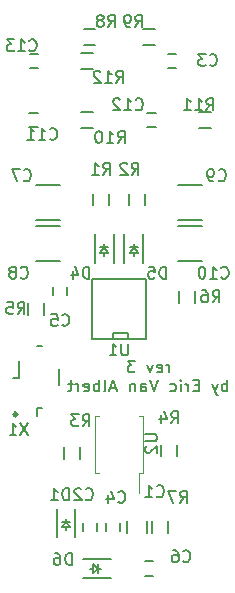
<source format=gbr>
%TF.GenerationSoftware,KiCad,Pcbnew,(6.0.5)*%
%TF.CreationDate,2022-05-19T00:34:01-04:00*%
%TF.ProjectId,synth,73796e74-682e-46b6-9963-61645f706362,rev?*%
%TF.SameCoordinates,Original*%
%TF.FileFunction,Legend,Bot*%
%TF.FilePolarity,Positive*%
%FSLAX46Y46*%
G04 Gerber Fmt 4.6, Leading zero omitted, Abs format (unit mm)*
G04 Created by KiCad (PCBNEW (6.0.5)) date 2022-05-19 00:34:01*
%MOMM*%
%LPD*%
G01*
G04 APERTURE LIST*
%ADD10C,0.150000*%
%ADD11C,0.120000*%
%ADD12C,0.300000*%
G04 APERTURE END LIST*
D10*
X134238095Y-98397380D02*
X134238095Y-97730714D01*
X134238095Y-97921190D02*
X134190476Y-97825952D01*
X134142857Y-97778333D01*
X134047619Y-97730714D01*
X133952380Y-97730714D01*
X133238095Y-98349761D02*
X133333333Y-98397380D01*
X133523809Y-98397380D01*
X133619047Y-98349761D01*
X133666666Y-98254523D01*
X133666666Y-97873571D01*
X133619047Y-97778333D01*
X133523809Y-97730714D01*
X133333333Y-97730714D01*
X133238095Y-97778333D01*
X133190476Y-97873571D01*
X133190476Y-97968809D01*
X133666666Y-98064047D01*
X132857142Y-97730714D02*
X132619047Y-98397380D01*
X132380952Y-97730714D01*
X131333333Y-97397380D02*
X130714285Y-97397380D01*
X131047619Y-97778333D01*
X130904761Y-97778333D01*
X130809523Y-97825952D01*
X130761904Y-97873571D01*
X130714285Y-97968809D01*
X130714285Y-98206904D01*
X130761904Y-98302142D01*
X130809523Y-98349761D01*
X130904761Y-98397380D01*
X131190476Y-98397380D01*
X131285714Y-98349761D01*
X131333333Y-98302142D01*
X139166666Y-100007380D02*
X139166666Y-99007380D01*
X139166666Y-99388333D02*
X139071428Y-99340714D01*
X138880952Y-99340714D01*
X138785714Y-99388333D01*
X138738095Y-99435952D01*
X138690476Y-99531190D01*
X138690476Y-99816904D01*
X138738095Y-99912142D01*
X138785714Y-99959761D01*
X138880952Y-100007380D01*
X139071428Y-100007380D01*
X139166666Y-99959761D01*
X138357142Y-99340714D02*
X138119047Y-100007380D01*
X137880952Y-99340714D02*
X138119047Y-100007380D01*
X138214285Y-100245476D01*
X138261904Y-100293095D01*
X138357142Y-100340714D01*
X136738095Y-99483571D02*
X136404761Y-99483571D01*
X136261904Y-100007380D02*
X136738095Y-100007380D01*
X136738095Y-99007380D01*
X136261904Y-99007380D01*
X135833333Y-100007380D02*
X135833333Y-99340714D01*
X135833333Y-99531190D02*
X135785714Y-99435952D01*
X135738095Y-99388333D01*
X135642857Y-99340714D01*
X135547619Y-99340714D01*
X135214285Y-100007380D02*
X135214285Y-99340714D01*
X135214285Y-99007380D02*
X135261904Y-99055000D01*
X135214285Y-99102619D01*
X135166666Y-99055000D01*
X135214285Y-99007380D01*
X135214285Y-99102619D01*
X134309523Y-99959761D02*
X134404761Y-100007380D01*
X134595238Y-100007380D01*
X134690476Y-99959761D01*
X134738095Y-99912142D01*
X134785714Y-99816904D01*
X134785714Y-99531190D01*
X134738095Y-99435952D01*
X134690476Y-99388333D01*
X134595238Y-99340714D01*
X134404761Y-99340714D01*
X134309523Y-99388333D01*
X133261904Y-99007380D02*
X132928571Y-100007380D01*
X132595238Y-99007380D01*
X131833333Y-100007380D02*
X131833333Y-99483571D01*
X131880952Y-99388333D01*
X131976190Y-99340714D01*
X132166666Y-99340714D01*
X132261904Y-99388333D01*
X131833333Y-99959761D02*
X131928571Y-100007380D01*
X132166666Y-100007380D01*
X132261904Y-99959761D01*
X132309523Y-99864523D01*
X132309523Y-99769285D01*
X132261904Y-99674047D01*
X132166666Y-99626428D01*
X131928571Y-99626428D01*
X131833333Y-99578809D01*
X131357142Y-99340714D02*
X131357142Y-100007380D01*
X131357142Y-99435952D02*
X131309523Y-99388333D01*
X131214285Y-99340714D01*
X131071428Y-99340714D01*
X130976190Y-99388333D01*
X130928571Y-99483571D01*
X130928571Y-100007380D01*
X129738095Y-99721666D02*
X129261904Y-99721666D01*
X129833333Y-100007380D02*
X129500000Y-99007380D01*
X129166666Y-100007380D01*
X128690476Y-100007380D02*
X128785714Y-99959761D01*
X128833333Y-99864523D01*
X128833333Y-99007380D01*
X128309523Y-100007380D02*
X128309523Y-99007380D01*
X128309523Y-99388333D02*
X128214285Y-99340714D01*
X128023809Y-99340714D01*
X127928571Y-99388333D01*
X127880952Y-99435952D01*
X127833333Y-99531190D01*
X127833333Y-99816904D01*
X127880952Y-99912142D01*
X127928571Y-99959761D01*
X128023809Y-100007380D01*
X128214285Y-100007380D01*
X128309523Y-99959761D01*
X127023809Y-99959761D02*
X127119047Y-100007380D01*
X127309523Y-100007380D01*
X127404761Y-99959761D01*
X127452380Y-99864523D01*
X127452380Y-99483571D01*
X127404761Y-99388333D01*
X127309523Y-99340714D01*
X127119047Y-99340714D01*
X127023809Y-99388333D01*
X126976190Y-99483571D01*
X126976190Y-99578809D01*
X127452380Y-99674047D01*
X126547619Y-100007380D02*
X126547619Y-99340714D01*
X126547619Y-99531190D02*
X126500000Y-99435952D01*
X126452380Y-99388333D01*
X126357142Y-99340714D01*
X126261904Y-99340714D01*
X126071428Y-99340714D02*
X125690476Y-99340714D01*
X125928571Y-99007380D02*
X125928571Y-99864523D01*
X125880952Y-99959761D01*
X125785714Y-100007380D01*
X125690476Y-100007380D01*
%TO.C,C3*%
X137666666Y-72357142D02*
X137714285Y-72404761D01*
X137857142Y-72452380D01*
X137952380Y-72452380D01*
X138095238Y-72404761D01*
X138190476Y-72309523D01*
X138238095Y-72214285D01*
X138285714Y-72023809D01*
X138285714Y-71880952D01*
X138238095Y-71690476D01*
X138190476Y-71595238D01*
X138095238Y-71500000D01*
X137952380Y-71452380D01*
X137857142Y-71452380D01*
X137714285Y-71500000D01*
X137666666Y-71547619D01*
X137333333Y-71452380D02*
X136714285Y-71452380D01*
X137047619Y-71833333D01*
X136904761Y-71833333D01*
X136809523Y-71880952D01*
X136761904Y-71928571D01*
X136714285Y-72023809D01*
X136714285Y-72261904D01*
X136761904Y-72357142D01*
X136809523Y-72404761D01*
X136904761Y-72452380D01*
X137190476Y-72452380D01*
X137285714Y-72404761D01*
X137333333Y-72357142D01*
%TO.C,C4*%
X129916666Y-109357142D02*
X129964285Y-109404761D01*
X130107142Y-109452380D01*
X130202380Y-109452380D01*
X130345238Y-109404761D01*
X130440476Y-109309523D01*
X130488095Y-109214285D01*
X130535714Y-109023809D01*
X130535714Y-108880952D01*
X130488095Y-108690476D01*
X130440476Y-108595238D01*
X130345238Y-108500000D01*
X130202380Y-108452380D01*
X130107142Y-108452380D01*
X129964285Y-108500000D01*
X129916666Y-108547619D01*
X129059523Y-108785714D02*
X129059523Y-109452380D01*
X129297619Y-108404761D02*
X129535714Y-109119047D01*
X128916666Y-109119047D01*
%TO.C,D1*%
X125738095Y-109202380D02*
X125738095Y-108202380D01*
X125500000Y-108202380D01*
X125357142Y-108250000D01*
X125261904Y-108345238D01*
X125214285Y-108440476D01*
X125166666Y-108630952D01*
X125166666Y-108773809D01*
X125214285Y-108964285D01*
X125261904Y-109059523D01*
X125357142Y-109154761D01*
X125500000Y-109202380D01*
X125738095Y-109202380D01*
X124214285Y-109202380D02*
X124785714Y-109202380D01*
X124500000Y-109202380D02*
X124500000Y-108202380D01*
X124595238Y-108345238D01*
X124690476Y-108440476D01*
X124785714Y-108488095D01*
%TO.C,R3*%
X126916666Y-102952380D02*
X127250000Y-102476190D01*
X127488095Y-102952380D02*
X127488095Y-101952380D01*
X127107142Y-101952380D01*
X127011904Y-102000000D01*
X126964285Y-102047619D01*
X126916666Y-102142857D01*
X126916666Y-102285714D01*
X126964285Y-102380952D01*
X127011904Y-102428571D01*
X127107142Y-102476190D01*
X127488095Y-102476190D01*
X126583333Y-101952380D02*
X125964285Y-101952380D01*
X126297619Y-102333333D01*
X126154761Y-102333333D01*
X126059523Y-102380952D01*
X126011904Y-102428571D01*
X125964285Y-102523809D01*
X125964285Y-102761904D01*
X126011904Y-102857142D01*
X126059523Y-102904761D01*
X126154761Y-102952380D01*
X126440476Y-102952380D01*
X126535714Y-102904761D01*
X126583333Y-102857142D01*
%TO.C,R4*%
X134416666Y-102702380D02*
X134750000Y-102226190D01*
X134988095Y-102702380D02*
X134988095Y-101702380D01*
X134607142Y-101702380D01*
X134511904Y-101750000D01*
X134464285Y-101797619D01*
X134416666Y-101892857D01*
X134416666Y-102035714D01*
X134464285Y-102130952D01*
X134511904Y-102178571D01*
X134607142Y-102226190D01*
X134988095Y-102226190D01*
X133559523Y-102035714D02*
X133559523Y-102702380D01*
X133797619Y-101654761D02*
X134035714Y-102369047D01*
X133416666Y-102369047D01*
%TO.C,R7*%
X135166666Y-109452380D02*
X135500000Y-108976190D01*
X135738095Y-109452380D02*
X135738095Y-108452380D01*
X135357142Y-108452380D01*
X135261904Y-108500000D01*
X135214285Y-108547619D01*
X135166666Y-108642857D01*
X135166666Y-108785714D01*
X135214285Y-108880952D01*
X135261904Y-108928571D01*
X135357142Y-108976190D01*
X135738095Y-108976190D01*
X134833333Y-108452380D02*
X134166666Y-108452380D01*
X134595238Y-109452380D01*
%TO.C,C2*%
X127166666Y-109107142D02*
X127214285Y-109154761D01*
X127357142Y-109202380D01*
X127452380Y-109202380D01*
X127595238Y-109154761D01*
X127690476Y-109059523D01*
X127738095Y-108964285D01*
X127785714Y-108773809D01*
X127785714Y-108630952D01*
X127738095Y-108440476D01*
X127690476Y-108345238D01*
X127595238Y-108250000D01*
X127452380Y-108202380D01*
X127357142Y-108202380D01*
X127214285Y-108250000D01*
X127166666Y-108297619D01*
X126785714Y-108297619D02*
X126738095Y-108250000D01*
X126642857Y-108202380D01*
X126404761Y-108202380D01*
X126309523Y-108250000D01*
X126261904Y-108297619D01*
X126214285Y-108392857D01*
X126214285Y-108488095D01*
X126261904Y-108630952D01*
X126833333Y-109202380D01*
X126214285Y-109202380D01*
%TO.C,C6*%
X135416666Y-114357142D02*
X135464285Y-114404761D01*
X135607142Y-114452380D01*
X135702380Y-114452380D01*
X135845238Y-114404761D01*
X135940476Y-114309523D01*
X135988095Y-114214285D01*
X136035714Y-114023809D01*
X136035714Y-113880952D01*
X135988095Y-113690476D01*
X135940476Y-113595238D01*
X135845238Y-113500000D01*
X135702380Y-113452380D01*
X135607142Y-113452380D01*
X135464285Y-113500000D01*
X135416666Y-113547619D01*
X134559523Y-113452380D02*
X134750000Y-113452380D01*
X134845238Y-113500000D01*
X134892857Y-113547619D01*
X134988095Y-113690476D01*
X135035714Y-113880952D01*
X135035714Y-114261904D01*
X134988095Y-114357142D01*
X134940476Y-114404761D01*
X134845238Y-114452380D01*
X134654761Y-114452380D01*
X134559523Y-114404761D01*
X134511904Y-114357142D01*
X134464285Y-114261904D01*
X134464285Y-114023809D01*
X134511904Y-113928571D01*
X134559523Y-113880952D01*
X134654761Y-113833333D01*
X134845238Y-113833333D01*
X134940476Y-113880952D01*
X134988095Y-113928571D01*
X135035714Y-114023809D01*
%TO.C,C1*%
X133166666Y-108857142D02*
X133214285Y-108904761D01*
X133357142Y-108952380D01*
X133452380Y-108952380D01*
X133595238Y-108904761D01*
X133690476Y-108809523D01*
X133738095Y-108714285D01*
X133785714Y-108523809D01*
X133785714Y-108380952D01*
X133738095Y-108190476D01*
X133690476Y-108095238D01*
X133595238Y-108000000D01*
X133452380Y-107952380D01*
X133357142Y-107952380D01*
X133214285Y-108000000D01*
X133166666Y-108047619D01*
X132214285Y-108952380D02*
X132785714Y-108952380D01*
X132500000Y-108952380D02*
X132500000Y-107952380D01*
X132595238Y-108095238D01*
X132690476Y-108190476D01*
X132785714Y-108238095D01*
%TO.C,U2*%
X132202380Y-103638095D02*
X133011904Y-103638095D01*
X133107142Y-103685714D01*
X133154761Y-103733333D01*
X133202380Y-103828571D01*
X133202380Y-104019047D01*
X133154761Y-104114285D01*
X133107142Y-104161904D01*
X133011904Y-104209523D01*
X132202380Y-104209523D01*
X132297619Y-104638095D02*
X132250000Y-104685714D01*
X132202380Y-104780952D01*
X132202380Y-105019047D01*
X132250000Y-105114285D01*
X132297619Y-105161904D01*
X132392857Y-105209523D01*
X132488095Y-105209523D01*
X132630952Y-105161904D01*
X133202380Y-104590476D01*
X133202380Y-105209523D01*
%TO.C,R9*%
X131366666Y-69152380D02*
X131700000Y-68676190D01*
X131938095Y-69152380D02*
X131938095Y-68152380D01*
X131557142Y-68152380D01*
X131461904Y-68200000D01*
X131414285Y-68247619D01*
X131366666Y-68342857D01*
X131366666Y-68485714D01*
X131414285Y-68580952D01*
X131461904Y-68628571D01*
X131557142Y-68676190D01*
X131938095Y-68676190D01*
X130890476Y-69152380D02*
X130700000Y-69152380D01*
X130604761Y-69104761D01*
X130557142Y-69057142D01*
X130461904Y-68914285D01*
X130414285Y-68723809D01*
X130414285Y-68342857D01*
X130461904Y-68247619D01*
X130509523Y-68200000D01*
X130604761Y-68152380D01*
X130795238Y-68152380D01*
X130890476Y-68200000D01*
X130938095Y-68247619D01*
X130985714Y-68342857D01*
X130985714Y-68580952D01*
X130938095Y-68676190D01*
X130890476Y-68723809D01*
X130795238Y-68771428D01*
X130604761Y-68771428D01*
X130509523Y-68723809D01*
X130461904Y-68676190D01*
X130414285Y-68580952D01*
%TO.C,C9*%
X138416666Y-82107142D02*
X138464285Y-82154761D01*
X138607142Y-82202380D01*
X138702380Y-82202380D01*
X138845238Y-82154761D01*
X138940476Y-82059523D01*
X138988095Y-81964285D01*
X139035714Y-81773809D01*
X139035714Y-81630952D01*
X138988095Y-81440476D01*
X138940476Y-81345238D01*
X138845238Y-81250000D01*
X138702380Y-81202380D01*
X138607142Y-81202380D01*
X138464285Y-81250000D01*
X138416666Y-81297619D01*
X137940476Y-82202380D02*
X137750000Y-82202380D01*
X137654761Y-82154761D01*
X137607142Y-82107142D01*
X137511904Y-81964285D01*
X137464285Y-81773809D01*
X137464285Y-81392857D01*
X137511904Y-81297619D01*
X137559523Y-81250000D01*
X137654761Y-81202380D01*
X137845238Y-81202380D01*
X137940476Y-81250000D01*
X137988095Y-81297619D01*
X138035714Y-81392857D01*
X138035714Y-81630952D01*
X137988095Y-81726190D01*
X137940476Y-81773809D01*
X137845238Y-81821428D01*
X137654761Y-81821428D01*
X137559523Y-81773809D01*
X137511904Y-81726190D01*
X137464285Y-81630952D01*
%TO.C,D5*%
X133988095Y-90452380D02*
X133988095Y-89452380D01*
X133750000Y-89452380D01*
X133607142Y-89500000D01*
X133511904Y-89595238D01*
X133464285Y-89690476D01*
X133416666Y-89880952D01*
X133416666Y-90023809D01*
X133464285Y-90214285D01*
X133511904Y-90309523D01*
X133607142Y-90404761D01*
X133750000Y-90452380D01*
X133988095Y-90452380D01*
X132511904Y-89452380D02*
X132988095Y-89452380D01*
X133035714Y-89928571D01*
X132988095Y-89880952D01*
X132892857Y-89833333D01*
X132654761Y-89833333D01*
X132559523Y-89880952D01*
X132511904Y-89928571D01*
X132464285Y-90023809D01*
X132464285Y-90261904D01*
X132511904Y-90357142D01*
X132559523Y-90404761D01*
X132654761Y-90452380D01*
X132892857Y-90452380D01*
X132988095Y-90404761D01*
X133035714Y-90357142D01*
%TO.C,C10*%
X138642857Y-90357142D02*
X138690476Y-90404761D01*
X138833333Y-90452380D01*
X138928571Y-90452380D01*
X139071428Y-90404761D01*
X139166666Y-90309523D01*
X139214285Y-90214285D01*
X139261904Y-90023809D01*
X139261904Y-89880952D01*
X139214285Y-89690476D01*
X139166666Y-89595238D01*
X139071428Y-89500000D01*
X138928571Y-89452380D01*
X138833333Y-89452380D01*
X138690476Y-89500000D01*
X138642857Y-89547619D01*
X137690476Y-90452380D02*
X138261904Y-90452380D01*
X137976190Y-90452380D02*
X137976190Y-89452380D01*
X138071428Y-89595238D01*
X138166666Y-89690476D01*
X138261904Y-89738095D01*
X137071428Y-89452380D02*
X136976190Y-89452380D01*
X136880952Y-89500000D01*
X136833333Y-89547619D01*
X136785714Y-89642857D01*
X136738095Y-89833333D01*
X136738095Y-90071428D01*
X136785714Y-90261904D01*
X136833333Y-90357142D01*
X136880952Y-90404761D01*
X136976190Y-90452380D01*
X137071428Y-90452380D01*
X137166666Y-90404761D01*
X137214285Y-90357142D01*
X137261904Y-90261904D01*
X137309523Y-90071428D01*
X137309523Y-89833333D01*
X137261904Y-89642857D01*
X137214285Y-89547619D01*
X137166666Y-89500000D01*
X137071428Y-89452380D01*
%TO.C,C11*%
X124142857Y-78607142D02*
X124190476Y-78654761D01*
X124333333Y-78702380D01*
X124428571Y-78702380D01*
X124571428Y-78654761D01*
X124666666Y-78559523D01*
X124714285Y-78464285D01*
X124761904Y-78273809D01*
X124761904Y-78130952D01*
X124714285Y-77940476D01*
X124666666Y-77845238D01*
X124571428Y-77750000D01*
X124428571Y-77702380D01*
X124333333Y-77702380D01*
X124190476Y-77750000D01*
X124142857Y-77797619D01*
X123190476Y-78702380D02*
X123761904Y-78702380D01*
X123476190Y-78702380D02*
X123476190Y-77702380D01*
X123571428Y-77845238D01*
X123666666Y-77940476D01*
X123761904Y-77988095D01*
X122238095Y-78702380D02*
X122809523Y-78702380D01*
X122523809Y-78702380D02*
X122523809Y-77702380D01*
X122619047Y-77845238D01*
X122714285Y-77940476D01*
X122809523Y-77988095D01*
%TO.C,C12*%
X131392857Y-76107142D02*
X131440476Y-76154761D01*
X131583333Y-76202380D01*
X131678571Y-76202380D01*
X131821428Y-76154761D01*
X131916666Y-76059523D01*
X131964285Y-75964285D01*
X132011904Y-75773809D01*
X132011904Y-75630952D01*
X131964285Y-75440476D01*
X131916666Y-75345238D01*
X131821428Y-75250000D01*
X131678571Y-75202380D01*
X131583333Y-75202380D01*
X131440476Y-75250000D01*
X131392857Y-75297619D01*
X130440476Y-76202380D02*
X131011904Y-76202380D01*
X130726190Y-76202380D02*
X130726190Y-75202380D01*
X130821428Y-75345238D01*
X130916666Y-75440476D01*
X131011904Y-75488095D01*
X130059523Y-75297619D02*
X130011904Y-75250000D01*
X129916666Y-75202380D01*
X129678571Y-75202380D01*
X129583333Y-75250000D01*
X129535714Y-75297619D01*
X129488095Y-75392857D01*
X129488095Y-75488095D01*
X129535714Y-75630952D01*
X130107142Y-76202380D01*
X129488095Y-76202380D01*
%TO.C,U1*%
X130761904Y-95952380D02*
X130761904Y-96761904D01*
X130714285Y-96857142D01*
X130666666Y-96904761D01*
X130571428Y-96952380D01*
X130380952Y-96952380D01*
X130285714Y-96904761D01*
X130238095Y-96857142D01*
X130190476Y-96761904D01*
X130190476Y-95952380D01*
X129190476Y-96952380D02*
X129761904Y-96952380D01*
X129476190Y-96952380D02*
X129476190Y-95952380D01*
X129571428Y-96095238D01*
X129666666Y-96190476D01*
X129761904Y-96238095D01*
%TO.C,R2*%
X131066666Y-81652380D02*
X131400000Y-81176190D01*
X131638095Y-81652380D02*
X131638095Y-80652380D01*
X131257142Y-80652380D01*
X131161904Y-80700000D01*
X131114285Y-80747619D01*
X131066666Y-80842857D01*
X131066666Y-80985714D01*
X131114285Y-81080952D01*
X131161904Y-81128571D01*
X131257142Y-81176190D01*
X131638095Y-81176190D01*
X130685714Y-80747619D02*
X130638095Y-80700000D01*
X130542857Y-80652380D01*
X130304761Y-80652380D01*
X130209523Y-80700000D01*
X130161904Y-80747619D01*
X130114285Y-80842857D01*
X130114285Y-80938095D01*
X130161904Y-81080952D01*
X130733333Y-81652380D01*
X130114285Y-81652380D01*
%TO.C,C5*%
X125166666Y-94357142D02*
X125214285Y-94404761D01*
X125357142Y-94452380D01*
X125452380Y-94452380D01*
X125595238Y-94404761D01*
X125690476Y-94309523D01*
X125738095Y-94214285D01*
X125785714Y-94023809D01*
X125785714Y-93880952D01*
X125738095Y-93690476D01*
X125690476Y-93595238D01*
X125595238Y-93500000D01*
X125452380Y-93452380D01*
X125357142Y-93452380D01*
X125214285Y-93500000D01*
X125166666Y-93547619D01*
X124261904Y-93452380D02*
X124738095Y-93452380D01*
X124785714Y-93928571D01*
X124738095Y-93880952D01*
X124642857Y-93833333D01*
X124404761Y-93833333D01*
X124309523Y-93880952D01*
X124261904Y-93928571D01*
X124214285Y-94023809D01*
X124214285Y-94261904D01*
X124261904Y-94357142D01*
X124309523Y-94404761D01*
X124404761Y-94452380D01*
X124642857Y-94452380D01*
X124738095Y-94404761D01*
X124785714Y-94357142D01*
%TO.C,R6*%
X137916666Y-92452380D02*
X138250000Y-91976190D01*
X138488095Y-92452380D02*
X138488095Y-91452380D01*
X138107142Y-91452380D01*
X138011904Y-91500000D01*
X137964285Y-91547619D01*
X137916666Y-91642857D01*
X137916666Y-91785714D01*
X137964285Y-91880952D01*
X138011904Y-91928571D01*
X138107142Y-91976190D01*
X138488095Y-91976190D01*
X137059523Y-91452380D02*
X137250000Y-91452380D01*
X137345238Y-91500000D01*
X137392857Y-91547619D01*
X137488095Y-91690476D01*
X137535714Y-91880952D01*
X137535714Y-92261904D01*
X137488095Y-92357142D01*
X137440476Y-92404761D01*
X137345238Y-92452380D01*
X137154761Y-92452380D01*
X137059523Y-92404761D01*
X137011904Y-92357142D01*
X136964285Y-92261904D01*
X136964285Y-92023809D01*
X137011904Y-91928571D01*
X137059523Y-91880952D01*
X137154761Y-91833333D01*
X137345238Y-91833333D01*
X137440476Y-91880952D01*
X137488095Y-91928571D01*
X137535714Y-92023809D01*
%TO.C,R5*%
X121416666Y-93452380D02*
X121750000Y-92976190D01*
X121988095Y-93452380D02*
X121988095Y-92452380D01*
X121607142Y-92452380D01*
X121511904Y-92500000D01*
X121464285Y-92547619D01*
X121416666Y-92642857D01*
X121416666Y-92785714D01*
X121464285Y-92880952D01*
X121511904Y-92928571D01*
X121607142Y-92976190D01*
X121988095Y-92976190D01*
X120511904Y-92452380D02*
X120988095Y-92452380D01*
X121035714Y-92928571D01*
X120988095Y-92880952D01*
X120892857Y-92833333D01*
X120654761Y-92833333D01*
X120559523Y-92880952D01*
X120511904Y-92928571D01*
X120464285Y-93023809D01*
X120464285Y-93261904D01*
X120511904Y-93357142D01*
X120559523Y-93404761D01*
X120654761Y-93452380D01*
X120892857Y-93452380D01*
X120988095Y-93404761D01*
X121035714Y-93357142D01*
%TO.C,X1*%
X122309523Y-102702380D02*
X121642857Y-103702380D01*
X121642857Y-102702380D02*
X122309523Y-103702380D01*
X120738095Y-103702380D02*
X121309523Y-103702380D01*
X121023809Y-103702380D02*
X121023809Y-102702380D01*
X121119047Y-102845238D01*
X121214285Y-102940476D01*
X121309523Y-102988095D01*
%TO.C,C13*%
X122392857Y-71107142D02*
X122440476Y-71154761D01*
X122583333Y-71202380D01*
X122678571Y-71202380D01*
X122821428Y-71154761D01*
X122916666Y-71059523D01*
X122964285Y-70964285D01*
X123011904Y-70773809D01*
X123011904Y-70630952D01*
X122964285Y-70440476D01*
X122916666Y-70345238D01*
X122821428Y-70250000D01*
X122678571Y-70202380D01*
X122583333Y-70202380D01*
X122440476Y-70250000D01*
X122392857Y-70297619D01*
X121440476Y-71202380D02*
X122011904Y-71202380D01*
X121726190Y-71202380D02*
X121726190Y-70202380D01*
X121821428Y-70345238D01*
X121916666Y-70440476D01*
X122011904Y-70488095D01*
X121107142Y-70202380D02*
X120488095Y-70202380D01*
X120821428Y-70583333D01*
X120678571Y-70583333D01*
X120583333Y-70630952D01*
X120535714Y-70678571D01*
X120488095Y-70773809D01*
X120488095Y-71011904D01*
X120535714Y-71107142D01*
X120583333Y-71154761D01*
X120678571Y-71202380D01*
X120964285Y-71202380D01*
X121059523Y-71154761D01*
X121107142Y-71107142D01*
%TO.C,R8*%
X129066666Y-69152380D02*
X129400000Y-68676190D01*
X129638095Y-69152380D02*
X129638095Y-68152380D01*
X129257142Y-68152380D01*
X129161904Y-68200000D01*
X129114285Y-68247619D01*
X129066666Y-68342857D01*
X129066666Y-68485714D01*
X129114285Y-68580952D01*
X129161904Y-68628571D01*
X129257142Y-68676190D01*
X129638095Y-68676190D01*
X128495238Y-68580952D02*
X128590476Y-68533333D01*
X128638095Y-68485714D01*
X128685714Y-68390476D01*
X128685714Y-68342857D01*
X128638095Y-68247619D01*
X128590476Y-68200000D01*
X128495238Y-68152380D01*
X128304761Y-68152380D01*
X128209523Y-68200000D01*
X128161904Y-68247619D01*
X128114285Y-68342857D01*
X128114285Y-68390476D01*
X128161904Y-68485714D01*
X128209523Y-68533333D01*
X128304761Y-68580952D01*
X128495238Y-68580952D01*
X128590476Y-68628571D01*
X128638095Y-68676190D01*
X128685714Y-68771428D01*
X128685714Y-68961904D01*
X128638095Y-69057142D01*
X128590476Y-69104761D01*
X128495238Y-69152380D01*
X128304761Y-69152380D01*
X128209523Y-69104761D01*
X128161904Y-69057142D01*
X128114285Y-68961904D01*
X128114285Y-68771428D01*
X128161904Y-68676190D01*
X128209523Y-68628571D01*
X128304761Y-68580952D01*
%TO.C,R12*%
X129742857Y-73852380D02*
X130076190Y-73376190D01*
X130314285Y-73852380D02*
X130314285Y-72852380D01*
X129933333Y-72852380D01*
X129838095Y-72900000D01*
X129790476Y-72947619D01*
X129742857Y-73042857D01*
X129742857Y-73185714D01*
X129790476Y-73280952D01*
X129838095Y-73328571D01*
X129933333Y-73376190D01*
X130314285Y-73376190D01*
X128790476Y-73852380D02*
X129361904Y-73852380D01*
X129076190Y-73852380D02*
X129076190Y-72852380D01*
X129171428Y-72995238D01*
X129266666Y-73090476D01*
X129361904Y-73138095D01*
X128409523Y-72947619D02*
X128361904Y-72900000D01*
X128266666Y-72852380D01*
X128028571Y-72852380D01*
X127933333Y-72900000D01*
X127885714Y-72947619D01*
X127838095Y-73042857D01*
X127838095Y-73138095D01*
X127885714Y-73280952D01*
X128457142Y-73852380D01*
X127838095Y-73852380D01*
%TO.C,C8*%
X121666666Y-90357142D02*
X121714285Y-90404761D01*
X121857142Y-90452380D01*
X121952380Y-90452380D01*
X122095238Y-90404761D01*
X122190476Y-90309523D01*
X122238095Y-90214285D01*
X122285714Y-90023809D01*
X122285714Y-89880952D01*
X122238095Y-89690476D01*
X122190476Y-89595238D01*
X122095238Y-89500000D01*
X121952380Y-89452380D01*
X121857142Y-89452380D01*
X121714285Y-89500000D01*
X121666666Y-89547619D01*
X121095238Y-89880952D02*
X121190476Y-89833333D01*
X121238095Y-89785714D01*
X121285714Y-89690476D01*
X121285714Y-89642857D01*
X121238095Y-89547619D01*
X121190476Y-89500000D01*
X121095238Y-89452380D01*
X120904761Y-89452380D01*
X120809523Y-89500000D01*
X120761904Y-89547619D01*
X120714285Y-89642857D01*
X120714285Y-89690476D01*
X120761904Y-89785714D01*
X120809523Y-89833333D01*
X120904761Y-89880952D01*
X121095238Y-89880952D01*
X121190476Y-89928571D01*
X121238095Y-89976190D01*
X121285714Y-90071428D01*
X121285714Y-90261904D01*
X121238095Y-90357142D01*
X121190476Y-90404761D01*
X121095238Y-90452380D01*
X120904761Y-90452380D01*
X120809523Y-90404761D01*
X120761904Y-90357142D01*
X120714285Y-90261904D01*
X120714285Y-90071428D01*
X120761904Y-89976190D01*
X120809523Y-89928571D01*
X120904761Y-89880952D01*
%TO.C,C7*%
X121916666Y-82107142D02*
X121964285Y-82154761D01*
X122107142Y-82202380D01*
X122202380Y-82202380D01*
X122345238Y-82154761D01*
X122440476Y-82059523D01*
X122488095Y-81964285D01*
X122535714Y-81773809D01*
X122535714Y-81630952D01*
X122488095Y-81440476D01*
X122440476Y-81345238D01*
X122345238Y-81250000D01*
X122202380Y-81202380D01*
X122107142Y-81202380D01*
X121964285Y-81250000D01*
X121916666Y-81297619D01*
X121583333Y-81202380D02*
X120916666Y-81202380D01*
X121345238Y-82202380D01*
%TO.C,R11*%
X137392857Y-76202380D02*
X137726190Y-75726190D01*
X137964285Y-76202380D02*
X137964285Y-75202380D01*
X137583333Y-75202380D01*
X137488095Y-75250000D01*
X137440476Y-75297619D01*
X137392857Y-75392857D01*
X137392857Y-75535714D01*
X137440476Y-75630952D01*
X137488095Y-75678571D01*
X137583333Y-75726190D01*
X137964285Y-75726190D01*
X136440476Y-76202380D02*
X137011904Y-76202380D01*
X136726190Y-76202380D02*
X136726190Y-75202380D01*
X136821428Y-75345238D01*
X136916666Y-75440476D01*
X137011904Y-75488095D01*
X135488095Y-76202380D02*
X136059523Y-76202380D01*
X135773809Y-76202380D02*
X135773809Y-75202380D01*
X135869047Y-75345238D01*
X135964285Y-75440476D01*
X136059523Y-75488095D01*
%TO.C,D4*%
X127488095Y-90452380D02*
X127488095Y-89452380D01*
X127250000Y-89452380D01*
X127107142Y-89500000D01*
X127011904Y-89595238D01*
X126964285Y-89690476D01*
X126916666Y-89880952D01*
X126916666Y-90023809D01*
X126964285Y-90214285D01*
X127011904Y-90309523D01*
X127107142Y-90404761D01*
X127250000Y-90452380D01*
X127488095Y-90452380D01*
X126059523Y-89785714D02*
X126059523Y-90452380D01*
X126297619Y-89404761D02*
X126535714Y-90119047D01*
X125916666Y-90119047D01*
%TO.C,D6*%
X125988095Y-114702380D02*
X125988095Y-113702380D01*
X125750000Y-113702380D01*
X125607142Y-113750000D01*
X125511904Y-113845238D01*
X125464285Y-113940476D01*
X125416666Y-114130952D01*
X125416666Y-114273809D01*
X125464285Y-114464285D01*
X125511904Y-114559523D01*
X125607142Y-114654761D01*
X125750000Y-114702380D01*
X125988095Y-114702380D01*
X124559523Y-113702380D02*
X124750000Y-113702380D01*
X124845238Y-113750000D01*
X124892857Y-113797619D01*
X124988095Y-113940476D01*
X125035714Y-114130952D01*
X125035714Y-114511904D01*
X124988095Y-114607142D01*
X124940476Y-114654761D01*
X124845238Y-114702380D01*
X124654761Y-114702380D01*
X124559523Y-114654761D01*
X124511904Y-114607142D01*
X124464285Y-114511904D01*
X124464285Y-114273809D01*
X124511904Y-114178571D01*
X124559523Y-114130952D01*
X124654761Y-114083333D01*
X124845238Y-114083333D01*
X124940476Y-114130952D01*
X124988095Y-114178571D01*
X125035714Y-114273809D01*
%TO.C,R10*%
X129892857Y-78952380D02*
X130226190Y-78476190D01*
X130464285Y-78952380D02*
X130464285Y-77952380D01*
X130083333Y-77952380D01*
X129988095Y-78000000D01*
X129940476Y-78047619D01*
X129892857Y-78142857D01*
X129892857Y-78285714D01*
X129940476Y-78380952D01*
X129988095Y-78428571D01*
X130083333Y-78476190D01*
X130464285Y-78476190D01*
X128940476Y-78952380D02*
X129511904Y-78952380D01*
X129226190Y-78952380D02*
X129226190Y-77952380D01*
X129321428Y-78095238D01*
X129416666Y-78190476D01*
X129511904Y-78238095D01*
X128321428Y-77952380D02*
X128226190Y-77952380D01*
X128130952Y-78000000D01*
X128083333Y-78047619D01*
X128035714Y-78142857D01*
X127988095Y-78333333D01*
X127988095Y-78571428D01*
X128035714Y-78761904D01*
X128083333Y-78857142D01*
X128130952Y-78904761D01*
X128226190Y-78952380D01*
X128321428Y-78952380D01*
X128416666Y-78904761D01*
X128464285Y-78857142D01*
X128511904Y-78761904D01*
X128559523Y-78571428D01*
X128559523Y-78333333D01*
X128511904Y-78142857D01*
X128464285Y-78047619D01*
X128416666Y-78000000D01*
X128321428Y-77952380D01*
%TO.C,R1*%
X128666666Y-81652380D02*
X129000000Y-81176190D01*
X129238095Y-81652380D02*
X129238095Y-80652380D01*
X128857142Y-80652380D01*
X128761904Y-80700000D01*
X128714285Y-80747619D01*
X128666666Y-80842857D01*
X128666666Y-80985714D01*
X128714285Y-81080952D01*
X128761904Y-81128571D01*
X128857142Y-81176190D01*
X129238095Y-81176190D01*
X127714285Y-81652380D02*
X128285714Y-81652380D01*
X128000000Y-81652380D02*
X128000000Y-80652380D01*
X128095238Y-80795238D01*
X128190476Y-80890476D01*
X128285714Y-80938095D01*
%TO.C,C3*%
X134150000Y-72600000D02*
X134850000Y-72600000D01*
X134850000Y-71400000D02*
X134150000Y-71400000D01*
%TO.C,C4*%
X130100000Y-111850000D02*
X130100000Y-111150000D01*
X128900000Y-111150000D02*
X128900000Y-111850000D01*
%TO.C,D1*%
X125500000Y-111020000D02*
X125500000Y-110770000D01*
X125850000Y-111520000D02*
X125500000Y-111020000D01*
X125150000Y-111020000D02*
X125850000Y-111020000D01*
X125150000Y-111520000D02*
X125850000Y-111520000D01*
X124700000Y-109970000D02*
X124700000Y-112370000D01*
X125500000Y-111520000D02*
X125500000Y-111770000D01*
X126300000Y-109970000D02*
X126300000Y-112370000D01*
X125500000Y-111020000D02*
X125150000Y-111520000D01*
%TO.C,R3*%
X125325000Y-104750000D02*
X125325000Y-105750000D01*
X126675000Y-105750000D02*
X126675000Y-104750000D01*
%TO.C,R4*%
X133575000Y-104500000D02*
X133575000Y-105500000D01*
X134925000Y-105500000D02*
X134925000Y-104500000D01*
%TO.C,R7*%
X134175000Y-112000000D02*
X134175000Y-111000000D01*
X132825000Y-111000000D02*
X132825000Y-112000000D01*
%TO.C,C2*%
X126900000Y-111150000D02*
X126900000Y-111850000D01*
X128100000Y-111850000D02*
X128100000Y-111150000D01*
%TO.C,C6*%
X132150000Y-115600000D02*
X132850000Y-115600000D01*
X132850000Y-114400000D02*
X132150000Y-114400000D01*
%TO.C,C1*%
X132350000Y-111000000D02*
X132350000Y-112000000D01*
X130650000Y-112000000D02*
X130650000Y-111000000D01*
D11*
%TO.C,U2*%
X128300000Y-102100000D02*
X128000000Y-102100000D01*
X131700000Y-106900000D02*
X131700000Y-108600000D01*
X132000000Y-106900000D02*
X132000000Y-102100000D01*
X131700000Y-106900000D02*
X132000000Y-106900000D01*
X128000000Y-106900000D02*
X128300000Y-106900000D01*
X128000000Y-102100000D02*
X128000000Y-106900000D01*
X132000000Y-102100000D02*
X131700000Y-102100000D01*
D10*
%TO.C,R9*%
X133000000Y-69325000D02*
X132000000Y-69325000D01*
X132000000Y-70675000D02*
X133000000Y-70675000D01*
%TO.C,C9*%
X135000000Y-82525000D02*
X137000000Y-82525000D01*
X137000000Y-85475000D02*
X135000000Y-85475000D01*
%TO.C,D5*%
X131250000Y-87750000D02*
X131250000Y-87500000D01*
X131600000Y-88250000D02*
X131250000Y-87750000D01*
X132050000Y-86700000D02*
X132050000Y-89100000D01*
X131250000Y-87750000D02*
X130900000Y-88250000D01*
X130450000Y-86700000D02*
X130450000Y-89100000D01*
X131250000Y-88250000D02*
X131250000Y-88500000D01*
X130900000Y-88250000D02*
X131600000Y-88250000D01*
X130900000Y-87750000D02*
X131600000Y-87750000D01*
%TO.C,C10*%
X137000000Y-88975000D02*
X135000000Y-88975000D01*
X135000000Y-86025000D02*
X137000000Y-86025000D01*
%TO.C,C11*%
X123100000Y-76400000D02*
X122400000Y-76400000D01*
X122400000Y-77600000D02*
X123100000Y-77600000D01*
%TO.C,C12*%
X132400000Y-77600000D02*
X133100000Y-77600000D01*
X133100000Y-76400000D02*
X132400000Y-76400000D01*
%TO.C,U1*%
X130762000Y-95540000D02*
X130762000Y-95032000D01*
X130762000Y-95032000D02*
X129492000Y-95032000D01*
X127714000Y-95540000D02*
X132286000Y-95540000D01*
X127714000Y-90460000D02*
X127714000Y-95540000D01*
X129492000Y-95032000D02*
X129492000Y-95540000D01*
X132286000Y-95540000D02*
X132286000Y-90460000D01*
X132286000Y-90460000D02*
X127714000Y-90460000D01*
%TO.C,R2*%
X130825000Y-83250000D02*
X130825000Y-84250000D01*
X132175000Y-84250000D02*
X132175000Y-83250000D01*
%TO.C,C5*%
X125600000Y-91850000D02*
X125600000Y-91150000D01*
X124400000Y-91150000D02*
X124400000Y-91850000D01*
%TO.C,R6*%
X136425000Y-92500000D02*
X136425000Y-91500000D01*
X135075000Y-91500000D02*
X135075000Y-92500000D01*
%TO.C,R5*%
X123675000Y-93500000D02*
X123675000Y-92500000D01*
X122325000Y-92500000D02*
X122325000Y-93500000D01*
%TO.C,X1*%
X123050000Y-96170000D02*
X123450000Y-96170000D01*
X124950000Y-99471040D02*
X124950000Y-98068960D01*
X121550000Y-98835000D02*
X121050000Y-98835000D01*
X121550000Y-97432920D02*
X121550000Y-98835000D01*
X123050000Y-101370000D02*
X123450000Y-101370000D01*
X123050000Y-101370000D02*
X123050000Y-102070000D01*
D12*
X121345000Y-101945000D02*
G75*
G03*
X121345000Y-101945000I-127000J0D01*
G01*
D10*
%TO.C,C13*%
X123150000Y-71400000D02*
X122450000Y-71400000D01*
X122450000Y-72600000D02*
X123150000Y-72600000D01*
%TO.C,R8*%
X127000000Y-70675000D02*
X128000000Y-70675000D01*
X128000000Y-69325000D02*
X127000000Y-69325000D01*
%TO.C,R12*%
X126750000Y-72675000D02*
X127750000Y-72675000D01*
X127750000Y-71325000D02*
X126750000Y-71325000D01*
%TO.C,C8*%
X125000000Y-88975000D02*
X123000000Y-88975000D01*
X123000000Y-86025000D02*
X125000000Y-86025000D01*
%TO.C,C7*%
X123000000Y-82525000D02*
X125000000Y-82525000D01*
X125000000Y-85475000D02*
X123000000Y-85475000D01*
%TO.C,R11*%
X136750000Y-77675000D02*
X137750000Y-77675000D01*
X137750000Y-76325000D02*
X136750000Y-76325000D01*
%TO.C,D4*%
X129100000Y-88250000D02*
X128750000Y-87750000D01*
X127950000Y-86700000D02*
X127950000Y-89100000D01*
X128750000Y-87750000D02*
X128750000Y-87500000D01*
X128750000Y-88250000D02*
X128750000Y-88500000D01*
X129550000Y-86700000D02*
X129550000Y-89100000D01*
X128400000Y-87750000D02*
X129100000Y-87750000D01*
X128400000Y-88250000D02*
X129100000Y-88250000D01*
X128750000Y-87750000D02*
X128400000Y-88250000D01*
%TO.C,D6*%
X129300000Y-115800000D02*
X126900000Y-115800000D01*
X128250000Y-114650000D02*
X128250000Y-115350000D01*
X129300000Y-114200000D02*
X126900000Y-114200000D01*
X127750000Y-114650000D02*
X127750000Y-115350000D01*
X128250000Y-115000000D02*
X127750000Y-114650000D01*
X127750000Y-115000000D02*
X127500000Y-115000000D01*
X127750000Y-115350000D02*
X128250000Y-115000000D01*
X128250000Y-115000000D02*
X128500000Y-115000000D01*
%TO.C,R10*%
X127750000Y-76325000D02*
X126750000Y-76325000D01*
X126750000Y-77675000D02*
X127750000Y-77675000D01*
%TO.C,R1*%
X129175000Y-84250000D02*
X129175000Y-83250000D01*
X127825000Y-83250000D02*
X127825000Y-84250000D01*
%TD*%
M02*

</source>
